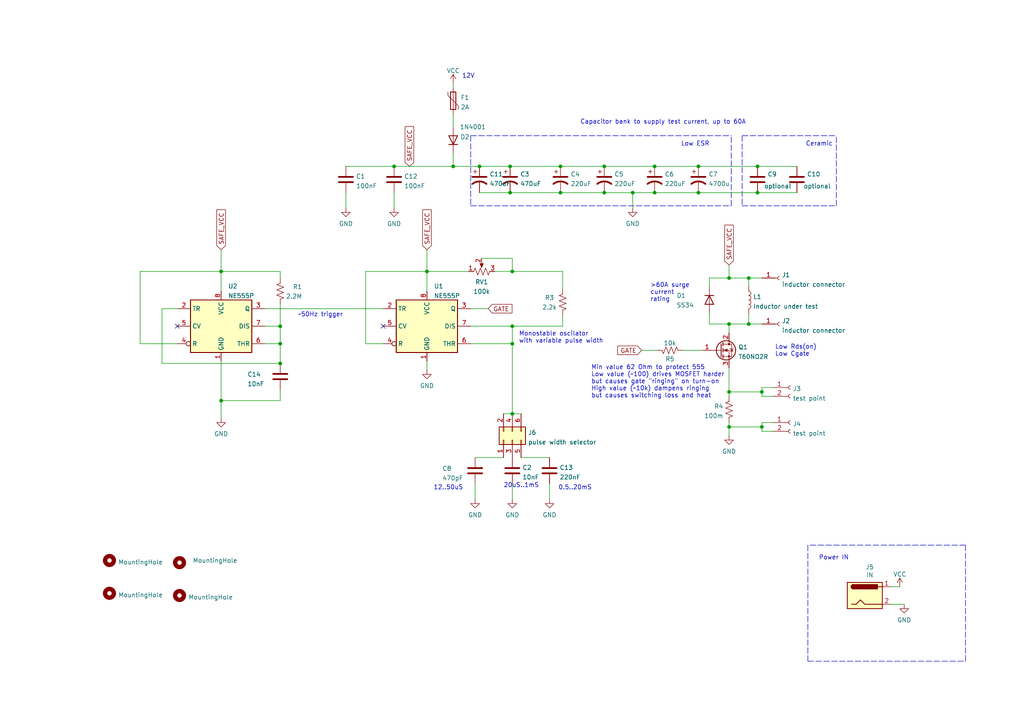
<source format=kicad_sch>
(kicad_sch (version 20211123) (generator eeschema)
  (paper "A4")
  (lib_symbols
    (symbol "Connector:Barrel_Jack" (pin_names (offset 1.016))
      (property "Reference" "J" (at 0 5.334 0))
      (property "Value" "Barrel_Jack" (at 0 -5.08 0))
      (symbol "Barrel_Jack_0_1"
        (rectangle (start -5.08 3.81) (end 5.08 -3.81) (stroke (width 0.254)) (fill (type background)))
        (arc (start -3.302 3.175) (mid -3.937 2.54) (end -3.302 1.905) (stroke (width 0.254)))
        (arc (start -3.302 3.175) (mid -3.937 2.54) (end -3.302 1.905) (stroke (width 0.254)) (fill (type outline)))
        (polyline (pts (xy 5.08 2.54) (xy 3.81 2.54)) (stroke (width 0.254)))
        (polyline (pts (xy -3.81 -2.54) (xy -2.54 -2.54) (xy -1.27 -1.27) (xy 0 -2.54) (xy 2.54 -2.54) (xy 5.08 -2.54)) (stroke (width 0.254)))
        (rectangle (start 3.683 3.175) (end -3.302 1.905) (stroke (width 0.254)) (fill (type outline)))
      )
      (symbol "Barrel_Jack_1_1"
        (pin passive line (at 7.62 2.54 180) (length 2.54) (name "~") (number "1"))
        (pin passive line (at 7.62 -2.54 180) (length 2.54) (name "~") (number "2"))
      )
    )
    (symbol "Connector:Conn_01x01_Female" (pin_names (offset 1.016) hide)
      (property "Reference" "J" (at 0 2.54 0))
      (property "Value" "Conn_01x01_Female" (at 0 -2.54 0))
      (symbol "Conn_01x01_Female_1_1"
        (polyline (pts (xy -1.27 0) (xy -0.508 0)) (stroke (width 0.1524)))
        (arc (start 0 0.508) (mid -0.508 0) (end 0 -0.508) (stroke (width 0.1524)))
        (pin passive line (at -5.08 0 0) (length 3.81) (name "Pin_1") (number "1"))
      )
    )
    (symbol "Connector:Conn_01x02_Female" (pin_names (offset 1.016) hide)
      (property "Reference" "J" (at 0 2.54 0))
      (property "Value" "Conn_01x02_Female" (at 0 -5.08 0))
      (symbol "Conn_01x02_Female_1_1"
        (arc (start 0 -2.032) (mid -0.508 -2.54) (end 0 -3.048) (stroke (width 0.1524)))
        (polyline (pts (xy -1.27 -2.54) (xy -0.508 -2.54)) (stroke (width 0.1524)))
        (polyline (pts (xy -1.27 0) (xy -0.508 0)) (stroke (width 0.1524)))
        (arc (start 0 0.508) (mid -0.508 0) (end 0 -0.508) (stroke (width 0.1524)))
        (pin passive line (at -5.08 0 0) (length 3.81) (name "Pin_1") (number "1"))
        (pin passive line (at -5.08 -2.54 0) (length 3.81) (name "Pin_2") (number "2"))
      )
    )
    (symbol "Connector_Generic:Conn_02x03_Odd_Even" (pin_names (offset 1.016) hide)
      (property "Reference" "J" (at 1.27 5.08 0))
      (property "Value" "Conn_02x03_Odd_Even" (at 1.27 -5.08 0))
      (symbol "Conn_02x03_Odd_Even_1_1"
        (rectangle (start -1.27 -2.413) (end 0 -2.667) (stroke (width 0.1524)))
        (rectangle (start -1.27 0.127) (end 0 -0.127) (stroke (width 0.1524)))
        (rectangle (start -1.27 2.667) (end 0 2.413) (stroke (width 0.1524)))
        (rectangle (start -1.27 3.81) (end 3.81 -3.81) (stroke (width 0.254)) (fill (type background)))
        (rectangle (start 3.81 -2.413) (end 2.54 -2.667) (stroke (width 0.1524)))
        (rectangle (start 3.81 0.127) (end 2.54 -0.127) (stroke (width 0.1524)))
        (rectangle (start 3.81 2.667) (end 2.54 2.413) (stroke (width 0.1524)))
        (pin passive line (at -5.08 2.54 0) (length 3.81) (name "Pin_1") (number "1"))
        (pin passive line (at 7.62 2.54 180) (length 3.81) (name "Pin_2") (number "2"))
        (pin passive line (at -5.08 0 0) (length 3.81) (name "Pin_3") (number "3"))
        (pin passive line (at 7.62 0 180) (length 3.81) (name "Pin_4") (number "4"))
        (pin passive line (at -5.08 -2.54 0) (length 3.81) (name "Pin_5") (number "5"))
        (pin passive line (at 7.62 -2.54 180) (length 3.81) (name "Pin_6") (number "6"))
      )
    )
    (symbol "Device:C" (pin_numbers hide) (pin_names (offset 0.254))
      (property "Reference" "C" (at 0.635 2.54 0))
      (property "Value" "C" (at 0.635 -2.54 0))
      (symbol "C_0_1"
        (polyline (pts (xy -2.032 -0.762) (xy 2.032 -0.762)) (stroke (width 0.508)))
        (polyline (pts (xy -2.032 0.762) (xy 2.032 0.762)) (stroke (width 0.508)))
      )
      (symbol "C_1_1"
        (pin passive line (at 0 3.81 270) (length 2.794) (name "~") (number "1"))
        (pin passive line (at 0 -3.81 90) (length 2.794) (name "~") (number "2"))
      )
    )
    (symbol "Device:C_Polarized_US" (pin_numbers hide) (pin_names (offset 0.254) hide)
      (property "Reference" "C" (at 0.635 2.54 0))
      (property "Value" "C_Polarized_US" (at 0.635 -2.54 0))
      (symbol "C_Polarized_US_0_1"
        (polyline (pts (xy -2.032 0.762) (xy 2.032 0.762)) (stroke (width 0.508)))
        (polyline (pts (xy -1.778 2.286) (xy -0.762 2.286)))
        (polyline (pts (xy -1.27 1.778) (xy -1.27 2.794)))
        (arc (start 2.032 -1.27) (mid 0 -0.5572) (end -2.032 -1.27) (stroke (width 0.508)))
      )
      (symbol "C_Polarized_US_1_1"
        (pin passive line (at 0 3.81 270) (length 2.794) (name "~") (number "1"))
        (pin passive line (at 0 -3.81 90) (length 3.302) (name "~") (number "2"))
      )
    )
    (symbol "Device:L" (pin_numbers hide) (pin_names (offset 1.016) hide)
      (property "Reference" "L" (at -1.27 0 90))
      (property "Value" "L" (at 1.905 0 90))
      (symbol "L_0_1"
        (arc (start 0 -2.54) (mid 0.635 -1.905) (end 0 -1.27))
        (arc (start 0 -1.27) (mid 0.635 -0.635) (end 0 0))
        (arc (start 0 0) (mid 0.635 0.635) (end 0 1.27))
        (arc (start 0 1.27) (mid 0.635 1.905) (end 0 2.54))
      )
      (symbol "L_1_1"
        (pin passive line (at 0 3.81 270) (length 1.27) (name "1") (number "1"))
        (pin passive line (at 0 -3.81 90) (length 1.27) (name "2") (number "2"))
      )
    )
    (symbol "Device:Polyfuse" (pin_numbers hide) (pin_names (offset 0))
      (property "Reference" "F" (at -2.54 0 90))
      (property "Value" "Polyfuse" (at 2.54 0 90))
      (symbol "Polyfuse_0_1"
        (rectangle (start -0.762 2.54) (end 0.762 -2.54) (stroke (width 0.254)))
        (polyline (pts (xy 0 2.54) (xy 0 -2.54)))
        (polyline (pts (xy -1.524 2.54) (xy -1.524 1.524) (xy 1.524 -1.524) (xy 1.524 -2.54)))
      )
      (symbol "Polyfuse_1_1"
        (pin passive line (at 0 3.81 270) (length 1.27) (name "~") (number "1"))
        (pin passive line (at 0 -3.81 90) (length 1.27) (name "~") (number "2"))
      )
    )
    (symbol "Device:R_Potentiometer_US" (pin_names (offset 1.016) hide)
      (property "Reference" "RV" (at -4.445 0 90))
      (property "Value" "R_Potentiometer_US" (at -2.54 0 90))
      (symbol "R_Potentiometer_US_0_1"
        (polyline (pts (xy 0 -2.286) (xy 0 -2.54)))
        (polyline (pts (xy 0 2.54) (xy 0 2.286)))
        (polyline (pts (xy 2.54 0) (xy 1.524 0)))
        (polyline (pts (xy 1.143 0) (xy 2.286 0.508) (xy 2.286 -0.508) (xy 1.143 0)) (fill (type outline)))
        (polyline (pts (xy 0 -0.762) (xy 1.016 -1.143) (xy 0 -1.524) (xy -1.016 -1.905) (xy 0 -2.286)))
        (polyline (pts (xy 0 0.762) (xy 1.016 0.381) (xy 0 0) (xy -1.016 -0.381) (xy 0 -0.762)))
        (polyline (pts (xy 0 2.286) (xy 1.016 1.905) (xy 0 1.524) (xy -1.016 1.143) (xy 0 0.762)))
      )
      (symbol "R_Potentiometer_US_1_1"
        (pin passive line (at 0 3.81 270) (length 1.27) (name "1") (number "1"))
        (pin passive line (at 3.81 0 180) (length 1.27) (name "2") (number "2"))
        (pin passive line (at 0 -3.81 90) (length 1.27) (name "3") (number "3"))
      )
    )
    (symbol "Device:R_US" (pin_numbers hide) (pin_names (offset 0))
      (property "Reference" "R" (at 2.54 0 90))
      (property "Value" "R_US" (at -2.54 0 90))
      (symbol "R_US_0_1"
        (polyline (pts (xy 0 -2.286) (xy 0 -2.54)))
        (polyline (pts (xy 0 2.286) (xy 0 2.54)))
        (polyline (pts (xy 0 -0.762) (xy 1.016 -1.143) (xy 0 -1.524) (xy -1.016 -1.905) (xy 0 -2.286)))
        (polyline (pts (xy 0 0.762) (xy 1.016 0.381) (xy 0 0) (xy -1.016 -0.381) (xy 0 -0.762)))
        (polyline (pts (xy 0 2.286) (xy 1.016 1.905) (xy 0 1.524) (xy -1.016 1.143) (xy 0 0.762)))
      )
      (symbol "R_US_1_1"
        (pin passive line (at 0 3.81 270) (length 1.27) (name "~") (number "1"))
        (pin passive line (at 0 -3.81 90) (length 1.27) (name "~") (number "2"))
      )
    )
    (symbol "Diode:1N4001" (pin_numbers hide) (pin_names (offset 1.016) hide)
      (property "Reference" "D" (at 0 2.54 0))
      (property "Value" "1N4001" (at 0 -2.54 0))
      (symbol "1N4001_0_1"
        (polyline (pts (xy -1.27 1.27) (xy -1.27 -1.27)) (stroke (width 0.254)))
        (polyline (pts (xy 1.27 0) (xy -1.27 0)))
        (polyline (pts (xy 1.27 1.27) (xy 1.27 -1.27) (xy -1.27 0) (xy 1.27 1.27)) (stroke (width 0.254)))
      )
      (symbol "1N4001_1_1"
        (pin passive line (at -3.81 0 0) (length 2.54) (name "K") (number "1"))
        (pin passive line (at 3.81 0 180) (length 2.54) (name "A") (number "2"))
      )
    )
    (symbol "Diode:1N4148" (pin_numbers hide) (pin_names (offset 1.016) hide)
      (property "Reference" "D" (at 0 2.54 0))
      (property "Value" "1N4148" (at 0 -2.54 0))
      (symbol "1N4148_0_1"
        (polyline (pts (xy -1.27 1.27) (xy -1.27 -1.27)) (stroke (width 0.254)))
        (polyline (pts (xy 1.27 0) (xy -1.27 0)))
        (polyline (pts (xy 1.27 1.27) (xy 1.27 -1.27) (xy -1.27 0) (xy 1.27 1.27)) (stroke (width 0.254)))
      )
      (symbol "1N4148_1_1"
        (pin passive line (at -3.81 0 0) (length 2.54) (name "K") (number "1"))
        (pin passive line (at 3.81 0 180) (length 2.54) (name "A") (number "2"))
      )
    )
    (symbol "Mechanical:MountingHole" (pin_names (offset 1.016))
      (property "Reference" "H" (at 0 5.08 0))
      (property "Value" "MountingHole" (at 0 3.175 0))
      (symbol "MountingHole_0_1"
        (circle (center 0 0) (radius 1.27) (stroke (width 1.27)))
      )
    )
    (symbol "Timer:NE555P"
      (property "Reference" "U" (at -10.16 8.89 0))
      (property "Value" "NE555P" (at 2.54 8.89 0))
      (symbol "NE555P_0_0"
        (pin power_in line (at 0 -10.16 90) (length 2.54) (name "GND") (number "1"))
        (pin power_in line (at 0 10.16 270) (length 2.54) (name "VCC") (number "8"))
      )
      (symbol "NE555P_0_1"
        (rectangle (start -8.89 -7.62) (end 8.89 7.62) (stroke (width 0.254)) (fill (type background)))
        (rectangle (start -8.89 -7.62) (end 8.89 7.62) (stroke (width 0.254)) (fill (type background)))
      )
      (symbol "NE555P_1_1"
        (pin input line (at -12.7 5.08 0) (length 3.81) (name "TR") (number "2"))
        (pin output line (at 12.7 5.08 180) (length 3.81) (name "Q") (number "3"))
        (pin input inverted (at -12.7 -5.08 0) (length 3.81) (name "R") (number "4"))
        (pin input line (at -12.7 0 0) (length 3.81) (name "CV") (number "5"))
        (pin input line (at 12.7 -5.08 180) (length 3.81) (name "THR") (number "6"))
        (pin input line (at 12.7 0 180) (length 3.81) (name "DIS") (number "7"))
      )
    )
    (symbol "Transistor_FET:IRLZ44N" (pin_names hide)
      (property "Reference" "Q" (at 6.35 1.905 0))
      (property "Value" "IRLZ44N" (at 6.35 0 0))
      (symbol "IRLZ44N_0_1"
        (polyline (pts (xy 0.254 0) (xy -2.54 0)))
        (polyline (pts (xy 0.254 1.905) (xy 0.254 -1.905)) (stroke (width 0.254)))
        (polyline (pts (xy 0.762 -1.27) (xy 0.762 -2.286)) (stroke (width 0.254)))
        (polyline (pts (xy 0.762 0.508) (xy 0.762 -0.508)) (stroke (width 0.254)))
        (polyline (pts (xy 0.762 2.286) (xy 0.762 1.27)) (stroke (width 0.254)))
        (polyline (pts (xy 2.54 2.54) (xy 2.54 1.778)))
        (polyline (pts (xy 2.54 -2.54) (xy 2.54 0) (xy 0.762 0)))
        (polyline (pts (xy 0.762 -1.778) (xy 3.302 -1.778) (xy 3.302 1.778) (xy 0.762 1.778)))
        (polyline (pts (xy 1.016 0) (xy 2.032 0.381) (xy 2.032 -0.381) (xy 1.016 0)) (fill (type outline)))
        (polyline (pts (xy 2.794 0.508) (xy 2.921 0.381) (xy 3.683 0.381) (xy 3.81 0.254)))
        (polyline (pts (xy 3.302 0.381) (xy 2.921 -0.254) (xy 3.683 -0.254) (xy 3.302 0.381)))
        (circle (center 1.651 0) (radius 2.794) (stroke (width 0.254)))
        (circle (center 2.54 -1.778) (radius 0.254) (fill (type outline)))
        (circle (center 2.54 1.778) (radius 0.254) (fill (type outline)))
      )
      (symbol "IRLZ44N_1_1"
        (pin input line (at -5.08 0 0) (length 2.54) (name "G") (number "1"))
        (pin passive line (at 2.54 5.08 270) (length 2.54) (name "D") (number "2"))
        (pin passive line (at 2.54 -5.08 90) (length 2.54) (name "S") (number "3"))
      )
    )
    (symbol "power:GND" (power) (pin_names (offset 0))
      (property "Value" "GND" (at 0 -3.81 0))
      (symbol "GND_0_1"
        (polyline (pts (xy 0 0) (xy 0 -1.27) (xy 1.27 -1.27) (xy 0 -2.54) (xy -1.27 -1.27) (xy 0 -1.27)))
      )
      (symbol "GND_1_1"
        (pin power_in line (at 0 0 270) (length 0) hide (name "GND") (number "1"))
      )
    )
    (symbol "power:VCC" (power) (pin_names (offset 0))
      (property "Value" "VCC" (at 0 3.81 0))
      (symbol "VCC_0_1"
        (polyline (pts (xy -0.762 1.27) (xy 0 2.54)))
        (polyline (pts (xy 0 0) (xy 0 2.54)))
        (polyline (pts (xy 0 2.54) (xy 0.762 1.27)))
      )
      (symbol "VCC_1_1"
        (pin power_in line (at 0 0 90) (length 0) hide (name "VCC") (number "1"))
      )
    )
  )
  (junction (at 131.445 48.26))
  (junction (at 211.455 113.665))
  (junction (at 220.98 123.825))
  (junction (at 81.28 105.41))
  (junction (at 217.17 93.98))
  (junction (at 219.71 55.88))
  (junction (at 147.955 55.88))
  (junction (at 148.59 120.015))
  (junction (at 148.59 99.695))
  (junction (at 81.28 99.695))
  (junction (at 148.59 94.615))
  (junction (at 64.135 116.205))
  (junction (at 211.455 93.98))
  (junction (at 81.28 94.615))
  (junction (at 175.26 55.88))
  (junction (at 211.455 123.825))
  (junction (at 123.825 78.74))
  (junction (at 202.565 55.88))
  (junction (at 217.17 80.645))
  (junction (at 189.865 48.26))
  (junction (at 219.71 48.26))
  (junction (at 220.98 113.665))
  (junction (at 189.865 55.88))
  (junction (at 139.065 48.26))
  (junction (at 147.955 48.26))
  (junction (at 114.3 48.26))
  (junction (at 183.515 55.88))
  (junction (at 162.56 55.88))
  (junction (at 64.135 78.74))
  (junction (at 211.455 80.645))
  (junction (at 175.26 48.26))
  (junction (at 202.565 48.26))
  (junction (at 148.59 78.74))
  (junction (at 162.56 48.26))
  (no_connect (at 111.125 94.615))
  (no_connect (at 51.435 94.615))
  (polyline (pts (xy 136.525 39.37) (xy 212.09 39.37)))
  (wire (pts (xy 220.98 112.395) (xy 220.98 113.665)))
  (wire (pts (xy 148.59 120.015) (xy 151.13 120.015)))
  (wire (pts (xy 76.835 89.535) (xy 111.125 89.535)))
  (wire (pts (xy 131.445 24.13) (xy 131.445 25.4)))
  (wire (pts (xy 143.51 78.74) (xy 148.59 78.74)))
  (wire (pts (xy 220.98 113.665) (xy 220.98 114.935)))
  (wire (pts (xy 131.445 44.45) (xy 131.445 48.26)))
  (wire (pts (xy 81.28 116.205) (xy 64.135 116.205)))
  (wire (pts (xy 151.13 132.715) (xy 159.385 132.715)))
  (wire (pts (xy 205.74 93.98) (xy 205.74 90.805)))
  (wire (pts (xy 46.99 105.41) (xy 81.28 105.41)))
  (wire (pts (xy 175.26 55.88) (xy 183.515 55.88)))
  (wire (pts (xy 64.135 72.39) (xy 64.135 78.74)))
  (wire (pts (xy 217.17 93.98) (xy 220.98 93.98)))
  (wire (pts (xy 175.26 48.26) (xy 189.865 48.26)))
  (wire (pts (xy 148.59 99.695) (xy 148.59 120.015)))
  (wire (pts (xy 162.56 48.26) (xy 175.26 48.26)))
  (wire (pts (xy 211.455 123.825) (xy 211.455 122.555)))
  (wire (pts (xy 211.455 93.98) (xy 205.74 93.98)))
  (wire (pts (xy 163.195 94.615) (xy 163.195 91.44)))
  (wire (pts (xy 40.64 99.695) (xy 40.64 78.74)))
  (wire (pts (xy 211.455 123.825) (xy 220.98 123.825)))
  (wire (pts (xy 131.445 33.02) (xy 131.445 36.83)))
  (wire (pts (xy 136.525 94.615) (xy 148.59 94.615)))
  (wire (pts (xy 106.045 99.695) (xy 106.045 78.74)))
  (polyline (pts (xy 136.525 59.69) (xy 212.09 59.69)))
  (wire (pts (xy 81.28 88.265) (xy 81.28 94.615)))
  (wire (pts (xy 211.455 93.98) (xy 211.455 96.52)))
  (wire (pts (xy 106.045 99.695) (xy 111.125 99.695)))
  (wire (pts (xy 64.135 116.205) (xy 64.135 104.775)))
  (wire (pts (xy 64.135 121.285) (xy 64.135 116.205)))
  (wire (pts (xy 260.985 170.18) (xy 258.445 170.18)))
  (wire (pts (xy 219.71 55.88) (xy 231.14 55.88)))
  (wire (pts (xy 202.565 55.88) (xy 219.71 55.88)))
  (wire (pts (xy 46.99 89.535) (xy 46.99 105.41)))
  (wire (pts (xy 163.195 83.82) (xy 163.195 78.74)))
  (wire (pts (xy 211.455 106.68) (xy 211.455 113.665)))
  (wire (pts (xy 183.515 55.88) (xy 189.865 55.88)))
  (wire (pts (xy 81.28 78.74) (xy 81.28 80.645)))
  (wire (pts (xy 64.135 78.74) (xy 64.135 84.455)))
  (wire (pts (xy 114.3 48.26) (xy 131.445 48.26)))
  (wire (pts (xy 189.865 55.88) (xy 202.565 55.88)))
  (wire (pts (xy 205.74 80.645) (xy 211.455 80.645)))
  (polyline (pts (xy 215.265 39.37) (xy 242.57 39.37)))
  (wire (pts (xy 217.17 93.98) (xy 211.455 93.98)))
  (wire (pts (xy 100.33 60.325) (xy 100.33 55.88)))
  (polyline (pts (xy 136.525 39.37) (xy 136.525 59.69)))
  (wire (pts (xy 148.59 94.615) (xy 163.195 94.615)))
  (polyline (pts (xy 280.035 191.77) (xy 280.035 158.115)))
  (wire (pts (xy 217.17 80.645) (xy 220.98 80.645)))
  (wire (pts (xy 224.155 112.395) (xy 220.98 112.395)))
  (wire (pts (xy 81.28 113.03) (xy 81.28 116.205)))
  (polyline (pts (xy 212.09 59.69) (xy 212.09 39.37)))
  (wire (pts (xy 147.955 48.26) (xy 162.56 48.26)))
  (wire (pts (xy 211.455 76.835) (xy 211.455 80.645)))
  (wire (pts (xy 147.955 55.88) (xy 162.56 55.88)))
  (wire (pts (xy 189.865 48.26) (xy 202.565 48.26)))
  (wire (pts (xy 202.565 48.26) (xy 219.71 48.26)))
  (polyline (pts (xy 280.035 158.115) (xy 234.315 158.115)))
  (wire (pts (xy 137.795 132.715) (xy 146.05 132.715)))
  (wire (pts (xy 106.045 78.74) (xy 123.825 78.74)))
  (wire (pts (xy 220.98 114.935) (xy 224.155 114.935)))
  (wire (pts (xy 148.59 99.695) (xy 136.525 99.695)))
  (wire (pts (xy 100.33 48.26) (xy 114.3 48.26)))
  (wire (pts (xy 163.195 78.74) (xy 148.59 78.74)))
  (polyline (pts (xy 242.57 59.69) (xy 242.57 39.37)))
  (wire (pts (xy 123.825 72.39) (xy 123.825 78.74)))
  (wire (pts (xy 211.455 114.935) (xy 211.455 113.665)))
  (wire (pts (xy 81.28 94.615) (xy 76.835 94.615)))
  (wire (pts (xy 123.825 78.74) (xy 135.89 78.74)))
  (wire (pts (xy 64.135 78.74) (xy 81.28 78.74)))
  (wire (pts (xy 220.98 123.825) (xy 220.98 125.095)))
  (wire (pts (xy 205.74 80.645) (xy 205.74 83.185)))
  (wire (pts (xy 148.59 144.78) (xy 148.59 140.335)))
  (wire (pts (xy 159.385 144.78) (xy 159.385 140.335)))
  (wire (pts (xy 217.17 83.185) (xy 217.17 80.645)))
  (wire (pts (xy 211.455 113.665) (xy 220.98 113.665)))
  (polyline (pts (xy 215.265 59.69) (xy 242.57 59.69)))
  (wire (pts (xy 220.98 125.095) (xy 224.155 125.095)))
  (wire (pts (xy 198.12 101.6) (xy 203.835 101.6)))
  (wire (pts (xy 211.455 126.365) (xy 211.455 123.825)))
  (wire (pts (xy 51.435 89.535) (xy 46.99 89.535)))
  (wire (pts (xy 148.59 94.615) (xy 148.59 99.695)))
  (wire (pts (xy 148.59 74.93) (xy 148.59 78.74)))
  (wire (pts (xy 81.28 105.41) (xy 81.28 99.695)))
  (wire (pts (xy 146.05 120.015) (xy 148.59 120.015)))
  (wire (pts (xy 186.055 101.6) (xy 190.5 101.6)))
  (wire (pts (xy 131.445 48.26) (xy 139.065 48.26)))
  (wire (pts (xy 139.065 55.88) (xy 147.955 55.88)))
  (wire (pts (xy 123.825 107.315) (xy 123.825 104.775)))
  (wire (pts (xy 123.825 84.455) (xy 123.825 78.74)))
  (polyline (pts (xy 234.315 191.77) (xy 280.035 191.77)))
  (wire (pts (xy 139.065 48.26) (xy 147.955 48.26)))
  (wire (pts (xy 139.7 74.93) (xy 148.59 74.93)))
  (wire (pts (xy 211.455 80.645) (xy 217.17 80.645)))
  (wire (pts (xy 183.515 55.88) (xy 183.515 60.325)))
  (wire (pts (xy 217.17 90.805) (xy 217.17 93.98)))
  (wire (pts (xy 81.28 94.615) (xy 81.28 99.695)))
  (wire (pts (xy 162.56 55.88) (xy 175.26 55.88)))
  (wire (pts (xy 40.64 78.74) (xy 64.135 78.74)))
  (wire (pts (xy 51.435 99.695) (xy 40.64 99.695)))
  (polyline (pts (xy 215.265 39.37) (xy 215.265 59.69)))
  (wire (pts (xy 137.795 144.78) (xy 137.795 140.335)))
  (wire (pts (xy 114.3 60.325) (xy 114.3 55.88)))
  (polyline (pts (xy 234.315 158.115) (xy 234.315 191.77)))
  (wire (pts (xy 81.28 99.695) (xy 76.835 99.695)))
  (wire (pts (xy 224.155 122.555) (xy 220.98 122.555)))
  (wire (pts (xy 262.255 175.26) (xy 258.445 175.26)))
  (wire (pts (xy 219.71 48.26) (xy 231.14 48.26)))
  (wire (pts (xy 136.525 89.535) (xy 141.605 89.535)))
  (wire (pts (xy 220.98 122.555) (xy 220.98 123.825)))
  (text "Low ESR" (at 197.485 42.545 0) (effects (font (size 1.27 1.27)) (justify left bottom)))
  (text "Low Rds(on)\nLow Cgate" (at 224.79 103.505 0) (effects (font (size 1.27 1.27)) (justify left bottom)))
  (text "0.5..20mS" (at 161.925 142.24 0) (effects (font (size 1.27 1.27)) (justify left bottom)))
  (text "Power IN" (at 237.49 162.56 0) (effects (font (size 1.27 1.27)) (justify left bottom)))
  (text "12..50uS" (at 125.73 142.24 0) (effects (font (size 1.27 1.27)) (justify left bottom)))
  (text "20uS..1mS" (at 146.05 141.605 0) (effects (font (size 1.27 1.27)) (justify left bottom)))
  (text "12V" (at 133.985 22.86 0) (effects (font (size 1.27 1.27)) (justify left bottom)))
  (text "Capacitor bank to supply test current, up to 60A" (at 168.275 36.195 0) (effects (font (size 1.27 1.27)) (justify left bottom)))
  (text ">60A surge\ncurrent\nrating" (at 188.595 87.63 0) (effects (font (size 1.27 1.27)) (justify left bottom)))
  (text "Ceramic" (at 233.68 42.545 0) (effects (font (size 1.27 1.27)) (justify left bottom)))
  (text "Monostable oscilator\nwith variable pulse width" (at 150.495 99.695 0) (effects (font (size 1.27 1.27)) (justify left bottom)))
  (text "~50Hz trigger" (at 86.36 92.075 0) (effects (font (size 1.27 1.27)) (justify left bottom)))
  (text "Min value 62 Ohm to protect 555\nLow value (~100) drives MOSFET harder \nbut causes gate \"ringing\" on turn-on \nHigh value (~10k) dampens ringing\nbut causes switching loss and heat\n" (at 171.45 115.57 0) (effects (font (size 1.27 1.27)) (justify left bottom)))
  (global_label "SAFE_VCC" (shape input) (at 64.135 72.39 90) (property "Intersheet References" "${INTERSHEET_REFS}" (effects hide)))
  (global_label "GATE" (shape input) (at 141.605 89.535 0) (property "Intersheet References" "${INTERSHEET_REFS}" (effects hide)))
  (global_label "SAFE_VCC" (shape input) (at 118.745 48.26 90) (property "Intersheet References" "${INTERSHEET_REFS}" (effects hide)))
  (global_label "SAFE_VCC" (shape input) (at 123.825 72.39 90) (property "Intersheet References" "${INTERSHEET_REFS}" (effects hide)))
  (global_label "SAFE_VCC" (shape input) (at 211.455 76.835 90) (property "Intersheet References" "${INTERSHEET_REFS}" (effects hide)))
  (global_label "GATE" (shape input) (at 186.055 101.6 180) (property "Intersheet References" "${INTERSHEET_REFS}" (effects hide)))
  (symbol (lib_id "power:GND") (at 137.795 144.78 0) (mirror y) (unit 1)
    (property "Reference" "#PWR0112" (effects hide))
    (property "Value" "GND" (at 137.795 149.3425 0))
  )
  (symbol (lib_id "Mechanical:MountingHole") (at 31.75 162.56 0) (unit 1)
    (property "Reference" "H1" (effects hide))
    (property "Value" "MountingHole" (at 34.29 163.039 0) (effects (justify left)))
    (property "Footprint" "MountingHole:MountingHole_2.2mm_M2" (effects hide))
  )
  (symbol (lib_id "Device:C") (at 159.385 136.525 0) (unit 1)
    (property "Reference" "C13" (at 162.306 135.6165 0) (effects (justify left)))
    (property "Value" "220nF" (at 162.306 138.3916 0) (effects (justify left)))
    (property "Footprint" "Capacitor_SMD:C_1206_3216Metric" (effects hide))
  )
  (symbol (lib_id "power:GND") (at 64.135 121.285 0) (unit 1)
    (property "Reference" "#PWR0111" (effects hide))
    (property "Value" "GND" (at 64.135 125.8475 0))
  )
  (symbol (lib_id "Device:C") (at 81.28 109.22 0) (mirror y) (unit 1)
    (property "Reference" "C14" (at 71.755 108.585 0) (effects (justify right)))
    (property "Value" "10nF" (at 71.755 111.3601 0) (effects (justify right)))
    (property "Footprint" "Capacitor_SMD:C_1206_3216Metric" (effects hide))
  )
  (symbol (lib_id "power:GND") (at 159.385 144.78 0) (unit 1)
    (property "Reference" "#PWR0107" (effects hide))
    (property "Value" "GND" (at 159.385 149.3425 0))
  )
  (symbol (lib_id "Device:C_Polarized_US") (at 162.56 52.07 0) (unit 1)
    (property "Reference" "C4" (at 165.481 50.5265 0) (effects (justify left)))
    (property "Value" "220uF" (at 165.481 53.3016 0) (effects (justify left)))
    (property "Footprint" "Capacitor_THT:CP_Radial_D10.0mm_P5.00mm" (effects hide))
  )
  (symbol (lib_id "Connector:Conn_01x01_Female") (at 226.06 80.645 0) (unit 1)
    (property "Reference" "J1" (at 226.7712 79.7365 0) (effects (justify left)))
    (property "Value" "inductor connector" (at 226.7712 82.5116 0) (effects (justify left)))
    (property "Footprint" "Connector_Wire:SolderWirePad_1x01_SMD_2x4mm" (effects hide))
  )
  (symbol (lib_id "Device:R_US") (at 194.31 101.6 90) (mirror x) (unit 1)
    (property "Reference" "R5" (at 194.31 104.14 90))
    (property "Value" "10k" (at 194.31 99.5196 90))
    (property "Footprint" "Resistor_SMD:R_0805_2012Metric" (effects hide))
  )
  (symbol (lib_id "Device:C_Polarized_US") (at 202.565 52.07 0) (unit 1)
    (property "Reference" "C7" (at 205.486 50.5265 0) (effects (justify left)))
    (property "Value" "4700u" (at 205.486 53.3016 0) (effects (justify left)))
    (property "Footprint" "Capacitor_THT:CP_Radial_D18.0mm_P7.50mm" (effects hide))
  )
  (symbol (lib_id "Mechanical:MountingHole") (at 52.07 163.195 0) (unit 1)
    (property "Reference" "H3" (effects hide))
    (property "Value" "MountingHole" (at 55.88 162.56 0) (effects (justify left)))
    (property "Footprint" "MountingHole:MountingHole_2.2mm_M2" (effects hide))
  )
  (symbol (lib_id "Device:C") (at 219.71 52.07 0) (unit 1)
    (property "Reference" "C9" (at 222.631 50.5265 0) (effects (justify left)))
    (property "Value" "optional" (at 221.615 53.975 0) (effects (justify left)))
    (property "Footprint" "Capacitor_SMD:C_1206_3216Metric" (effects hide))
  )
  (symbol (lib_id "power:GND") (at 183.515 60.325 0) (unit 1)
    (property "Reference" "#PWR0108" (effects hide))
    (property "Value" "GND" (at 183.515 64.8875 0))
  )
  (symbol (lib_id "Mechanical:MountingHole") (at 31.75 172.085 0) (unit 1)
    (property "Reference" "H2" (effects hide))
    (property "Value" "MountingHole" (at 34.29 172.564 0) (effects (justify left)))
    (property "Footprint" "MountingHole:MountingHole_2.2mm_M2" (effects hide))
  )
  (symbol (lib_id "Connector:Conn_01x02_Female") (at 229.235 122.555 0) (unit 1)
    (property "Reference" "J4" (at 229.9462 122.9165 0) (effects (justify left)))
    (property "Value" "test point" (at 229.9462 125.6916 0) (effects (justify left)))
    (property "Footprint" "Connector_PinHeader_2.54mm:PinHeader_1x02_P2.54mm_Vertical" (effects hide))
  )
  (symbol (lib_id "Device:R_US") (at 163.195 87.63 0) (mirror y) (unit 1)
    (property "Reference" "R3" (at 159.385 86.36 0))
    (property "Value" "2.2k" (at 159.385 89.1351 0))
    (property "Footprint" "Resistor_SMD:R_0805_2012Metric" (effects hide))
  )
  (symbol (lib_id "Device:R_US") (at 81.28 84.455 0) (mirror x) (unit 1)
    (property "Reference" "R1" (at 87.63 83.185 0) (effects (justify right)))
    (property "Value" "2.2M" (at 87.63 85.9601 0) (effects (justify right)))
    (property "Footprint" "Resistor_SMD:R_0805_2012Metric" (effects hide))
  )
  (symbol (lib_id "power:VCC") (at 260.985 170.18 0) (unit 1)
    (property "Reference" "#PWR0109" (effects hide))
    (property "Value" "VCC" (at 260.985 166.5755 0))
  )
  (symbol (lib_id "Transistor_FET:IRLZ44N") (at 208.915 101.6 0) (unit 1)
    (property "Reference" "Q1" (at 214.122 100.6915 0) (effects (justify left)))
    (property "Value" "T60NO2R" (at 214.122 103.4666 0) (effects (justify left)))
    (property "Footprint" "Package_TO_SOT_SMD:TO-252-2" (effects hide))
    (property "Datasheet" "https://datasheetspdf.com/pdf-file/769913/ONSemiconductor/T60N02R/1" (effects hide))
  )
  (symbol (lib_id "Diode:1N4148") (at 205.74 86.995 270) (unit 1)
    (property "Reference" "D1" (at 196.215 85.725 90) (effects (justify left)))
    (property "Value" "SS34" (at 196.215 88.5001 90) (effects (justify left)))
    (property "Footprint" "Diode_SMD:D_SMA" (effects hide))
    (property "Datasheet" "https://assets.nexperia.com/documents/data-sheet/1N4148_1N4448.pdf" (effects hide))
  )
  (symbol (lib_id "Device:C") (at 100.33 52.07 0) (unit 1)
    (property "Reference" "C1" (at 103.251 51.1615 0) (effects (justify left)))
    (property "Value" "100nF" (at 103.251 53.9366 0) (effects (justify left)))
    (property "Footprint" "Capacitor_SMD:C_1206_3216Metric" (effects hide))
  )
  (symbol (lib_id "Device:C") (at 114.3 52.07 0) (unit 1)
    (property "Reference" "C12" (at 117.221 51.1615 0) (effects (justify left)))
    (property "Value" "100nF" (at 117.221 53.9366 0) (effects (justify left)))
    (property "Footprint" "Capacitor_SMD:C_1206_3216Metric" (effects hide))
  )
  (symbol (lib_id "Device:R_US") (at 211.455 118.745 0) (mirror y) (unit 1)
    (property "Reference" "R4" (at 209.804 117.8365 0) (effects (justify left)))
    (property "Value" "100m" (at 209.804 120.6116 0) (effects (justify left)))
    (property "Footprint" "Resistor_SMD:R_2512_6332Metric" (effects hide))
  )
  (symbol (lib_id "power:GND") (at 114.3 60.325 0) (unit 1)
    (property "Reference" "#PWR0105" (effects hide))
    (property "Value" "GND" (at 114.3 64.8875 0))
  )
  (symbol (lib_id "power:GND") (at 148.59 144.78 0) (unit 1)
    (property "Reference" "#PWR0106" (effects hide))
    (property "Value" "GND" (at 148.59 149.3425 0))
  )
  (symbol (lib_id "Device:C") (at 137.795 136.525 0) (mirror y) (unit 1)
    (property "Reference" "C8" (at 128.27 135.89 0) (effects (justify right)))
    (property "Value" "470pF" (at 128.27 138.6651 0) (effects (justify right)))
    (property "Footprint" "Capacitor_SMD:C_1206_3216Metric" (effects hide))
  )
  (symbol (lib_id "Connector:Conn_01x01_Female") (at 226.06 93.98 0) (unit 1)
    (property "Reference" "J2" (at 226.7712 93.0715 0) (effects (justify left)))
    (property "Value" "inductor connector" (at 226.7712 95.8466 0) (effects (justify left)))
    (property "Footprint" "Connector_Wire:SolderWirePad_1x01_SMD_2x4mm" (effects hide))
  )
  (symbol (lib_id "Device:L") (at 217.17 86.995 0) (unit 1) (in_bom no) (on_board no)
    (property "Reference" "L1" (at 218.44 86.0865 0) (effects (justify left)))
    (property "Value" "Inductor under test" (at 218.44 88.8616 0) (effects (justify left)))
  )
  (symbol (lib_id "Device:C") (at 148.59 136.525 0) (unit 1)
    (property "Reference" "C2" (at 151.511 135.6165 0) (effects (justify left)))
    (property "Value" "10nF" (at 151.511 138.3916 0) (effects (justify left)))
    (property "Footprint" "Capacitor_SMD:C_1206_3216Metric" (effects hide))
  )
  (symbol (lib_id "Device:R_Potentiometer_US") (at 139.7 78.74 90) (unit 1)
    (property "Reference" "RV1" (at 139.7 81.7785 90))
    (property "Value" "100k" (at 139.7 84.5536 90))
    (property "Footprint" "Potentiometer_THT:Potentiometer_Bourns_3296W_Vertical" (effects hide))
  )
  (symbol (lib_id "Timer:NE555P") (at 64.135 94.615 0) (unit 1)
    (property "Reference" "U2" (at 66.1544 83.0285 0) (effects (justify left)))
    (property "Value" "NE555P" (at 66.1544 85.8036 0) (effects (justify left)))
    (property "Footprint" "Package_DIP:DIP-8_W7.62mm" (effects hide))
    (property "Datasheet" "http://www.ti.com/lit/ds/symlink/ne555.pdf" (effects hide))
  )
  (symbol (lib_id "power:GND") (at 262.255 175.26 0) (unit 1)
    (property "Reference" "#PWR0110" (effects hide))
    (property "Value" "GND" (at 262.255 179.8225 0))
  )
  (symbol (lib_id "Device:C_Polarized_US") (at 175.26 52.07 0) (unit 1)
    (property "Reference" "C5" (at 178.181 50.5265 0) (effects (justify left)))
    (property "Value" "220uF" (at 178.181 53.3016 0) (effects (justify left)))
    (property "Footprint" "Capacitor_THT:CP_Radial_D10.0mm_P5.00mm" (effects hide))
  )
  (symbol (lib_id "Mechanical:MountingHole") (at 52.07 172.72 0) (unit 1)
    (property "Reference" "H4" (effects hide))
    (property "Value" "MountingHole" (at 54.61 173.199 0) (effects (justify left)))
    (property "Footprint" "MountingHole:MountingHole_2.2mm_M2" (effects hide))
  )
  (symbol (lib_id "Timer:NE555P") (at 123.825 94.615 0) (unit 1)
    (property "Reference" "U1" (at 125.8444 83.0285 0) (effects (justify left)))
    (property "Value" "NE555P" (at 125.8444 85.8036 0) (effects (justify left)))
    (property "Footprint" "Package_DIP:DIP-8_W7.62mm" (effects hide))
    (property "Datasheet" "http://www.ti.com/lit/ds/symlink/ne555.pdf" (effects hide))
  )
  (symbol (lib_id "power:GND") (at 100.33 60.325 0) (unit 1)
    (property "Reference" "#PWR0102" (effects hide))
    (property "Value" "GND" (at 100.33 64.8875 0))
  )
  (symbol (lib_id "Device:C_Polarized_US") (at 189.865 52.07 0) (unit 1)
    (property "Reference" "C6" (at 192.786 50.5265 0) (effects (justify left)))
    (property "Value" "220uF" (at 192.786 53.3016 0) (effects (justify left)))
    (property "Footprint" "Capacitor_THT:CP_Radial_D10.0mm_P5.00mm" (effects hide))
  )
  (symbol (lib_id "Device:C_Polarized_US") (at 139.065 52.07 0) (unit 1)
    (property "Reference" "C11" (at 141.986 50.5265 0) (effects (justify left)))
    (property "Value" "470uF" (at 141.986 53.3016 0) (effects (justify left)))
    (property "Footprint" "Capacitor_THT:CP_Radial_D10.0mm_P5.00mm" (effects hide))
  )
  (symbol (lib_id "Connector:Barrel_Jack") (at 250.825 172.72 0) (unit 1)
    (property "Reference" "J5" (at 252.2728 164.465 0))
    (property "Value" "IN" (at 252.2728 166.7764 0))
    (property "Footprint" "Connector_BarrelJack:BarrelJack_Horizontal" (effects hide))
  )
  (symbol (lib_id "Device:C_Polarized_US") (at 147.955 52.07 0) (unit 1)
    (property "Reference" "C3" (at 150.876 50.5265 0) (effects (justify left)))
    (property "Value" "470uF" (at 150.876 53.3016 0) (effects (justify left)))
    (property "Footprint" "Capacitor_THT:CP_Radial_D10.0mm_P5.00mm" (effects hide))
  )
  (symbol (lib_id "Device:C") (at 231.14 52.07 0) (unit 1)
    (property "Reference" "C10" (at 234.061 50.5265 0) (effects (justify left)))
    (property "Value" "optional" (at 233.045 53.975 0) (effects (justify left)))
    (property "Footprint" "Capacitor_SMD:C_1206_3216Metric" (effects hide))
  )
  (symbol (lib_id "Device:Polyfuse") (at 131.445 29.21 0) (unit 1)
    (property "Reference" "F1" (at 133.604 28.3015 0) (effects (justify left)))
    (property "Value" "2A" (at 133.604 31.0766 0) (effects (justify left)))
    (property "Footprint" "Resistor_SMD:R_MELF_MMB-0207" (effects hide))
  )
  (symbol (lib_id "Connector_Generic:Conn_02x03_Odd_Even") (at 148.59 127.635 90) (unit 1)
    (property "Reference" "J6" (at 153.162 125.4565 90) (effects (justify right)))
    (property "Value" "pulse width selector" (at 153.162 128.2316 90) (effects (justify right)))
    (property "Footprint" "Connector_PinHeader_2.54mm:PinHeader_2x03_P2.54mm_Vertical" (effects hide))
  )
  (symbol (lib_id "Connector:Conn_01x02_Female") (at 229.235 112.395 0) (unit 1)
    (property "Reference" "J3" (at 229.9462 112.7565 0) (effects (justify left)))
    (property "Value" "test point" (at 229.9462 115.5316 0) (effects (justify left)))
    (property "Footprint" "Connector_PinHeader_2.54mm:PinHeader_1x02_P2.54mm_Vertical" (effects hide))
  )
  (symbol (lib_id "Diode:1N4001") (at 131.445 40.64 90) (unit 1)
    (property "Reference" "D2" (at 133.477 39.7315 90) (effects (justify right)))
    (property "Value" "1N4001" (at 133.35 36.83 90) (effects (justify right)))
    (property "Footprint" "Diode_SMD:D_MELF" (effects hide))
    (property "Datasheet" "http://www.vishay.com/docs/88503/1n4001.pdf" (effects hide))
  )
  (symbol (lib_id "power:VCC") (at 131.445 24.13 0) (unit 1)
    (property "Reference" "#PWR0103" (effects hide))
    (property "Value" "VCC" (at 131.445 20.5255 0))
  )
  (symbol (lib_id "power:GND") (at 123.825 107.315 0) (unit 1)
    (property "Reference" "#PWR0104" (effects hide))
    (property "Value" "GND" (at 123.825 111.8775 0))
  )
  (symbol (lib_id "power:GND") (at 211.455 126.365 0) (unit 1)
    (property "Reference" "#PWR0101" (effects hide))
    (property "Value" "GND" (at 211.455 130.9275 0))
  )
)
</source>
